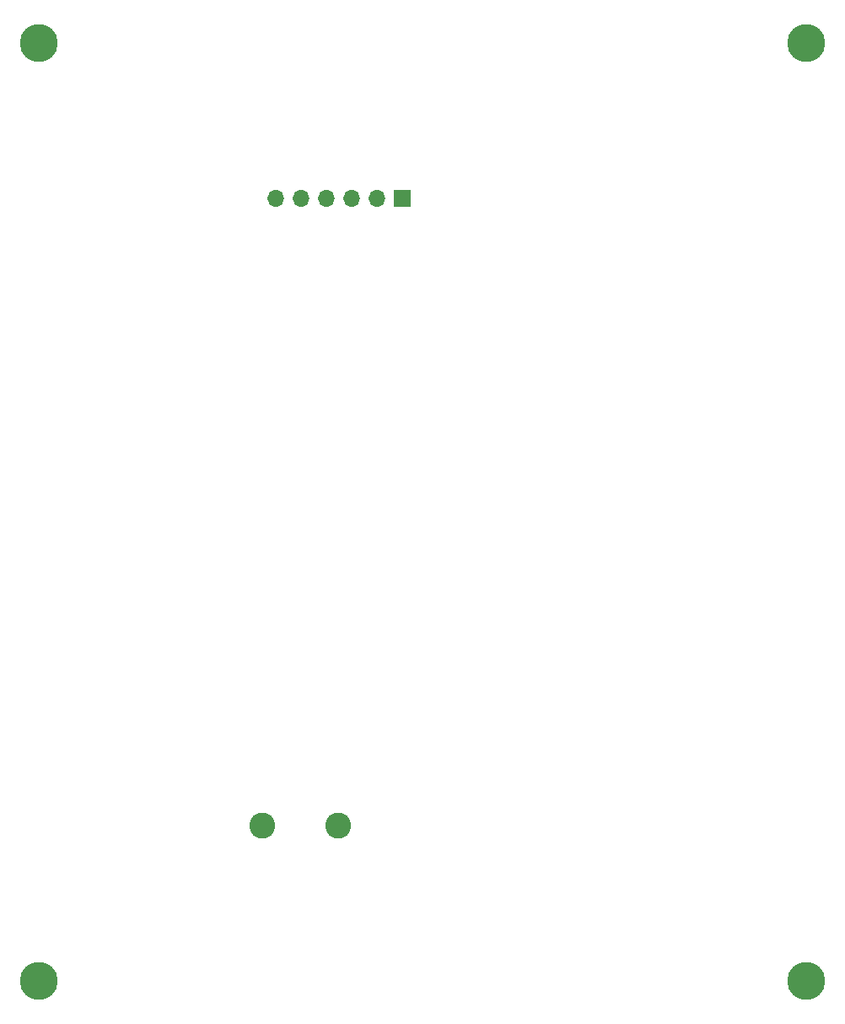
<source format=gts>
G04 #@! TF.GenerationSoftware,KiCad,Pcbnew,(6.0.5)*
G04 #@! TF.CreationDate,2023-05-08T02:16:42-07:00*
G04 #@! TF.ProjectId,Coil_Panels_XY,436f696c-5f50-4616-9e65-6c735f58592e,rev?*
G04 #@! TF.SameCoordinates,Original*
G04 #@! TF.FileFunction,Soldermask,Top*
G04 #@! TF.FilePolarity,Negative*
%FSLAX46Y46*%
G04 Gerber Fmt 4.6, Leading zero omitted, Abs format (unit mm)*
G04 Created by KiCad (PCBNEW (6.0.5)) date 2023-05-08 02:16:42*
%MOMM*%
%LPD*%
G01*
G04 APERTURE LIST*
%ADD10R,1.700000X1.700000*%
%ADD11O,1.700000X1.700000*%
%ADD12C,3.800000*%
%ADD13C,2.600000*%
G04 APERTURE END LIST*
D10*
X151546000Y-60997997D03*
D11*
X149006000Y-60997997D03*
X146466000Y-60997997D03*
X143926000Y-60997997D03*
X141386000Y-60997997D03*
X138846000Y-60997997D03*
D12*
X192046000Y-139497997D03*
D13*
X192046000Y-139497997D03*
X137492000Y-123944000D03*
X145112000Y-123944000D03*
D12*
X192046000Y-45497997D03*
D13*
X192046000Y-45497997D03*
D12*
X115046000Y-45497997D03*
D13*
X115046000Y-45497997D03*
X115046000Y-139497997D03*
D12*
X115046000Y-139497997D03*
M02*

</source>
